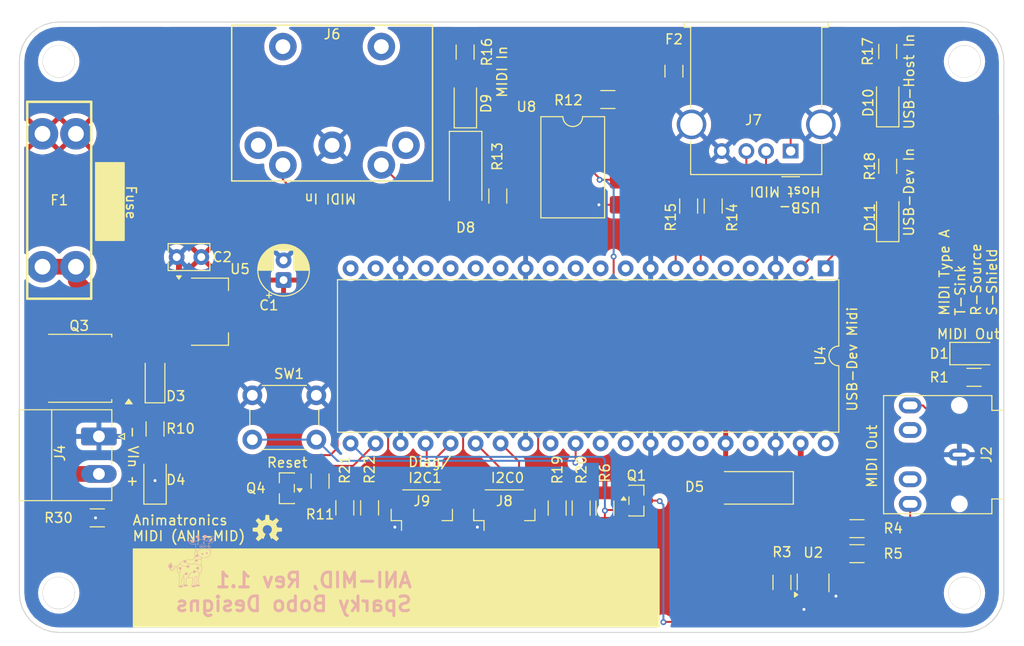
<source format=kicad_pcb>
(kicad_pcb (version 20241229) (generator "pcbnew") (generator_version "9.0")
  (title_block (title "Animatronics - MIDI (ANI-MID)") (date "2025-12-31") (rev "1.1") (company "Sparky Bobo Designs") (comment 2 "Designed by: SparkyBobo") (comment 3 "https://creativecommons.org/licenses/by-sa/4.0/") (comment 4 "Released under the Creative Commons Attribution Share-Alike 4.0 License"))
  (layers (0 "F.Cu" signal) (2 "B.Cu" signal) (13 "F.Paste" user) (15 "B.Paste" user) (5 "F.SilkS" user "F.Silkscreen") (7 "B.SilkS" user "B.Silkscreen") (1 "F.Mask" user) (3 "B.Mask" user) (25 "Edge.Cuts" user))
  (net 0 "")
  (net 1 "GND")
  (net 2 "+5VD")
  (net 3 "Net-(D1-A)")
  (net 4 "/SNK_IN")
  (net 5 "+5VL")
  (net 6 "/SRC_IN")
  (net 7 "/SNK_OUT")
  (net 8 "Net-(D3-A)")
  (net 9 "Net-(D3-K)")
  (net 10 "/SRC_OUT")
  (net 11 "/I2C0_D")
  (net 12 "+3.3V")
  (net 13 "/I2C0_C")
  (net 14 "/I2C1_C")
  (net 15 "/I2C1_D")
  (net 19 "Net-(D9-K)")
  (net 20 "Net-(D10-A)")
  (net 21 "/MIDI_IN")
  (net 22 "Net-(D1-K)")
  (net 23 "Net-(D11-A)")
  (net 28 "Net-(U4-RUN)")
  (net 29 "Net-(D8-K)")
  (net 30 "Net-(D9-A)")
  (net 32 "/MIDI_OUT")
  (net 35 "/USB_D+")
  (net 36 "Net-(D4-A)")
  (net 41 "/USB_D-")
  (net 48 "Net-(J7-VBUS)")
  (net 49 "Net-(J7-D+)")
  (net 50 "Net-(J7-D-)")
  (net 54 "unconnected-(U4-GPIO3-Pad5)")
  (net 55 "/USBH_IN")
  (net 57 "/USBD_IN")
  (net 59 "Net-(R5-Pad1)")
  (net 60 "Net-(U5-VI)")
  (net 61 "Net-(J4-Pin_2)")
  (footprint "Diode_SMD:D_SMA_Handsoldering" (layer "F.Cu") (at 164.084 105.5624 180)
    (property "Reference" "D5")
    (property "Value" "MBRA140")
  )
  (footprint "Capacitor_THT:CP_Radial_D5.0mm_P2.00mm" (layer "F.Cu") (at 116.8146 84.454999 90)
    (property "Reference" "C1")
    (property "Value" "10uf")
  )
  (footprint "Connector_Phoenix_MC:PhoenixContact_MC_1,5_2-G-3.81_1x02_P3.81mm_Horizontal" (layer "F.Cu") (at 98.0593 100.338 -90)
    (property "Reference" "J4")
    (property "Value" "Power")
  )
  (footprint "Connector_USB:USB_A_Molex_67643_Horizontal" (layer "F.Cu") (at 168.3226 71.3556 180)
    (property "Reference" "J7")
    (property "Value" "USB_A")
  )
  (footprint "Resistor_SMD:R_1206_3216Metric_Pad1.30x1.75mm_HandSolder" (layer "F.Cu") (at 186.944 94.3356 180)
    (property "Reference" "R1")
    (property "Value" "330")
  )
  (footprint "Resistor_SMD:R_1206_3216Metric_Pad1.30x1.75mm_HandSolder" (layer "F.Cu") (at 160.4518 76.9366 -90)
    (property "Reference" "R14")
    (property "Value" "22")
  )
  (footprint "Resistor_SMD:R_1206_3216Metric_Pad1.30x1.75mm_HandSolder" (layer "F.Cu") (at 175.058 112.2464)
    (property "Reference" "R5")
    (property "Value" "220")
  )
  (footprint "Diode_SMD:D_SOD-123" (layer "F.Cu") (at 103.759 94.5642 90)
    (property "Reference" "D3")
    (property "Value" "3.9v")
  )
  (footprint "MountingHole:MountingHole_3.2mm_M3" (layer "F.Cu") (at 93.98 62.23)
    (property "Reference" "H1" (hide yes))
    (property "Value" "MountingHole")
  )
  (footprint "Resistor_SMD:R_1206_3216Metric_Pad1.30x1.75mm_HandSolder" (layer "F.Cu") (at 147.0406 107.6192 90)
    (property "Reference" "R20")
    (property "Value" "4.7k")
  )
  (footprint "Resistor_SMD:R_1206_3216Metric_Pad1.30x1.75mm_HandSolder" (layer "F.Cu") (at 123.0376 107.5938 90)
    (property "Reference" "R21")
    (property "Value" "4.7k")
  )
  (footprint "Package_TO_SOT_SMD:SOT-23" (layer "F.Cu") (at 117.1471 105.603 180)
    (property "Reference" "Q4")
    (property "Value" "BSS138")
  )
  (footprint "MountingHole:MountingHole_3.2mm_M3" (layer "F.Cu") (at 185.9788 62.2554)
    (property "Reference" "H2" (hide yes))
    (property "Value" "MountingHole")
  )
  (footprint "footprints:RP_Pico_DIP" (layer "F.Cu") (at 171.8818 83.2612 -90)
    (property "Reference" "U4")
    (property "Value" "Raspberry Pi Pico")
  )
  (footprint "Package_DIP:SMDIP-8_W9.53mm" (layer "F.Cu") (at 146.1872 72.9996)
    (property "Reference" "U8")
    (property "Value" "6N138")
  )
  (footprint "Resistor_SMD:R_1206_3216Metric_Pad1.30x1.75mm_HandSolder" (layer "F.Cu") (at 97.891 108.6104 180)
    (property "Reference" "R30")
    (property "Value" "1k")
  )
  (footprint "MountingHole:MountingHole_3.2mm_M3" (layer "F.Cu") (at 93.98 116.2304)
    (property "Reference" "H3" (hide yes))
    (property "Value" "MountingHole")
  )
  (footprint "Resistor_SMD:R_1206_3216Metric_Pad1.30x1.75mm_HandSolder" (layer "F.Cu") (at 149.7584 66.1162 180)
    (property "Reference" "R12")
    (property "Value" "220")
  )
  (footprint "Resistor_SMD:R_1206_3216Metric_Pad1.30x1.75mm_HandSolder" (layer "F.Cu") (at 157.9626 76.936 90)
    (property "Reference" "R15")
    (property "Value" "22")
  )
  (footprint "Package_TO_SOT_SMD:SOT-223-3_TabPin2" (layer "F.Cu") (at 109.3104 87.6675)
    (property "Reference" "U5")
    (property "Value" "AZ1117-5.0")
  )
  (footprint "Resistor_SMD:R_1206_3216Metric_Pad1.30x1.75mm_HandSolder" (layer "F.Cu") (at 175.0568 109.7064 180)
    (property "Reference" "R4")
    (property "Value" "220")
  )
  (footprint "LED_SMD:LED_1206_3216Metric_Pad1.42x1.75mm_HandSolder" (layer "F.Cu") (at 103.759 104.753 90)
    (property "Reference" "D4")
    (property "Value" "Power")
  )
  (footprint "Resistor_SMD:R_1206_3216Metric_Pad1.30x1.75mm_HandSolder" (layer "F.Cu") (at 138.5774 75.92 90)
    (property "Reference" "R13")
    (property "Value" "220")
  )
  (footprint "Resistor_SMD:R_1206_3216Metric_Pad1.30x1.75mm_HandSolder" (layer "F.Cu") (at 149.4536 107.6198 90)
    (property "Reference" "R6")
    (property "Value" "10k")
  )
  (footprint "Package_TO_SOT_SMD:SOT-23-5_HandSoldering" (layer "F.Cu") (at 170.6016 115.2144 90)
    (property "Reference" "U2")
    (property "Value" "74AHC1G125")
  )
  (footprint "Diode_SMD:D_SMA_Handsoldering" (layer "F.Cu") (at 135.3058 73.8632 -90)
    (property "Reference" "D8")
    (property "Value" "MBRA140")
  )
  (footprint "Fuse:Fuse_1206_3216Metric_Pad1.42x1.75mm_HandSolder" (layer "F.Cu") (at 156.466 63.2381 90)
    (property "Reference" "F2")
    (property "Value" "Polyfuse")
  )
  (footprint "Resistor_SMD:R_1206_3216Metric_Pad1.30x1.75mm_HandSolder" (layer "F.Cu") (at 135.255 61.3007 90)
    (property "Reference" "R16")
    (property "Value" "330")
  )
  (footprint "Capacitor_THT:C_Rect_L4.0mm_W2.5mm_P2.50mm" (layer "F.Cu") (at 108.458 82.1182 180)
    (property "Reference" "C2")
    (property "Value" "0.1uF")
  )
  (footprint "Resistor_SMD:R_1206_3216Metric_Pad1.30x1.75mm_HandSolder" (layer "F.Cu") (at 103.759 99.578 -90)
    (property "Reference" "R10")
    (property "Value" "470")
  )
  (footprint "Package_TO_SOT_SMD:SOT-23" (layer "F.Cu") (at 152.6563 106.8578)
    (property "Reference" "Q1")
    (property "Value" "BSS138")
  )
  (footprint "MountingHole:MountingHole_3.2mm_M3" (layer "F.Cu") (at 185.9788 116.2558)
    (property "Reference" "H4" (hide yes))
    (property "Value" "MountingHole")
  )
  (footprint "footprints:DP10062" (layer "F.Cu") (at 89.9778 58.2422)
    (property "Reference" "" (hide yes))
    (property "Value" "" (hide yes))
    (fp_line (start 0 4) (end 0.076859 3.21964) (stroke (width 0.1)) (layer "Edge.Cuts"))
    (fp_line (start 0 58) (end 0 4) (stroke (width 0.1)) (layer "Edge.Cuts"))
    (fp_line (start 0.076859 3.21964) (end 0.304474 2.46925) (stroke (width 0.1)) (layer "Edge.Cuts"))
    (fp_line (start 0.076859 58.7803) (end 0 58) (stroke (width 0.1)) (layer "Edge.Cuts"))
    (fp_line (start 0.304474 2.46925) (end 0.674118 1.77771) (stroke (width 0.1)) (layer "Edge.Cuts"))
    (fp_line (start 0.304474 59.5307) (end 0.076859 58.7803) (stroke (width 0.1)) (layer "Edge.Cuts"))
    (fp_line (start 0.674118 1.77771) (end 1.17157 1.17157) (stroke (width 0.1)) (layer "Edge.Cuts"))
    (fp_line (start 0.674118 60.2223) (end 0.304474 59.5307) (stroke (width 0.1)) (layer "Edge.Cuts"))
    (fp_line (start 1.17157 1.17157) (end 1.77771 0.674118) (stroke (width 0.1)) (layer "Edge.Cuts"))
    (fp_line (start 1.17157 60.8284) (end 0.674118 60.2223) (stroke (width 0.1)) (layer "Edge.Cuts"))
    (fp_line (start 1.77771 0.674118) (end 2.46925 0.304474) (stroke (width 0.1)) (layer "Edge.Cuts"))
    (fp_line (start 1.77771 61.3259) (end 1.17157 60.8284) (stroke (width 0.1)) (layer "Edge.Cuts"))
    (fp_line (start 2.39999 4) (end 2.43074 4.31213) (stroke (width 0.1)) (layer "Edge.Cuts"))
    (fp_line (start 2.39999 58) (end 2.43074 58.3121) (stroke (width 0.1)) (layer "Edge.Cuts"))
    (fp_line (start 2.43074 3.68785) (end 2.39999 4) (stroke (width 0.1)) (layer "Edge.Cuts"))
    (fp_line (start 2.43074 4.31213) (end 2.52179 4.61229) (stroke (width 0.1)) (layer "Edge.Cuts"))
    (fp_line (start 2.43074 57.6879) (end 2.39999 58) (stroke (width 0.1)) (layer "Edge.Cuts"))
    (fp_line (start 2.43074 58.3121) (end 2.52179 58.6123) (stroke (width 0.1)) (layer "Edge.Cuts"))
    (fp_line (start 2.46925 0.304474) (end 3.21964 0.076859) (stroke (width 0.1)) (layer "Edge.Cuts"))
    (fp_line (start 2.46925 61.6955) (end 1.77771 61.3259) (stroke (width 0.1)) (layer "Edge.Cuts"))
    (fp_line (start 2.52179 3.3877) (end 2.43074 3.68785) (stroke (width 0.1)) (layer "Edge.Cuts"))
    (fp_line (start 2.52179 4.61229) (end 2.66965 4.8889) (stroke (width 0.1)) (layer "Edge.Cuts"))
    (fp_line (start 2.52179 57.3877) (end 2.43074 57.6879) (stroke (width 0.1)) (layer "Edge.Cuts"))
    (fp_line (start 2.52179 58.6123) (end 2.66965 58.8889) (stroke (width 0.1)) (layer "Edge.Cuts"))
    (fp_line (start 2.66965 3.11108) (end 2.52179 3.3877) (stroke (width 0.1)) (layer "Edge.Cuts"))
    (fp_line (start 2.66965 4.8889) (end 2.86862 5.13136) (stroke (width 0.1)) (layer "Edge.Cuts"))
    (fp_line (start 2.66965 57.1111) (end 2.52179 57.3877) (stroke (width 0.1)) (layer "Edge.Cuts"))
    (fp_line (start 2.66965 58.8889) (end 2.86862 59.1314) (stroke (width 0.1)) (layer "Edge.Cuts"))
    (fp_line (start 2.86862 2.86862) (end 2.66965 3.11108) (stroke (width 0.1)) (layer "Edge.Cuts"))
    (fp_line (start 2.86862 5.13136) (end 3.11108 5.33034) (stroke (width 0.1)) (layer "Edge.Cuts"))
    (fp_line (start 2.86862 56.8686) (end 2.66965 57.1111) (stroke (width 0.1)) (layer "Edge.Cuts"))
    (fp_line (start 2.86862 59.1314) (end 3.11108 59.3303) (stroke (width 0.1)) (layer "Edge.Cuts"))
    (fp_line (start 3.11108 2.66965) (end 2.86862 2.86862) (stroke (width 0.1)) (layer "Edge.Cuts"))
    (fp_line (start 3.11108 5.33034) (end 3.3877 5.4782) (stroke (width 0.1)) (layer "Edge.Cuts"))
    (fp_line (start 3.11108 56.6696) (end 2.86862 56.8686) (stroke (width 0.1)) (layer "Edge.Cuts"))
    (fp_line (start 3.11108 59.3303) (end 3.3877 59.4782) (stroke (width 0.1)) (layer "Edge.Cuts"))
    (fp_line (start 3.21964 0.076859) (end 3.99998 0) (stroke (width 0.1)) (layer "Edge.Cuts"))
    (fp_line (start 3.21964 61.9231) (end 2.46925 61.6955) (stroke (width 0.1)) (layer "Edge.Cuts"))
    (fp_line (start 3.3877 2.52179) (end 3.11108 2.66965) (stroke (width 0.1)) (layer "Edge.Cuts"))
    (fp_line (start 3.3877 5.4782) (end 3.68785 5.56924) (stroke (width 0.1)) (layer "Edge.Cuts"))
    (fp_line (start 3.3877 56.5218) (end 3.11108 56.6696) (stroke (width 0.1)) (layer "Edge.Cuts"))
    (fp_line (start 3.3877 59.4782) (end 3.68785 59.5692) (stroke (width 0.1)) (layer "Edge.Cuts"))
    (fp_line (start 3.68785 2.43074) (end 3.3877 2.52179) (stroke (width 0.1)) (layer "Edge.Cuts"))
    (fp_line (start 3.68785 5.56924) (end 4 5.59999) (stroke (width 0.1)) (layer "Edge.Cuts"))
    (fp_line (start 3.68785 56.4307) (end 3.3877 56.5218) (stroke (width 0.1)) (layer "Edge.Cuts"))
    (fp_line (start 3.68785 59.5692) (end 4 59.6) (stroke (width 0.1)) (layer "Edge.Cuts"))
    (fp_line (start 3.99998 0) (end 96 0) (stroke (width 0.1)) (layer "Edge.Cuts"))
    (fp_line (start 3.99998 2.39999) (end 3.68785 2.43074) (stroke (width 0.1)) (layer "Edge.Cuts"))
    (fp_line (start 3.99998 56.4) (end 3.68785 56.4307) (stroke (width 0.1)) (layer "Edge.Cuts"))
    (fp_line (start 4 5.59999) (end 4.31213 5.56924) (stroke (width 0.1)) (layer "Edge.Cuts"))
    (fp_line (start 4 59.6) (end 4.31213 59.5692) (stroke (width 0.1)) (layer "Edge.Cuts"))
    (fp_line (start 4 62) (end 3.21964 61.9231) (stroke (width 0.1)) (layer "Edge.Cuts"))
    (fp_line (start 4.31213 2.43074) (end 3.99998 2.39999) (stroke (width 0.1)) (layer "Edge.Cuts"))
    (fp_line (start 4.31213 5.56924) (end 4.61229 5.4782) (stroke (width 0.1)) (layer "Edge.Cuts"))
    (fp_line (start 4.31213 56.4307) (end 3.99998 56.4) (stroke (width 0.1)) (layer "Edge.Cuts"))
    (fp_line (start 4.31213 59.5692) (end 4.61229 59.4782) (stroke (width 0.1)) (layer "Edge.Cuts"))
    (fp_line (start 4.61229 2.52179) (end 4.31213 2.43074) (stroke (width 0.1)) (layer "Edge.Cuts"))
    (fp_line (start 4.61229 5.4782) (end 4.8889 5.33034) (stroke (width 0.1)) (layer "Edge.Cuts"))
    (fp_line (start 4.61229 56.5218) (end 4.31213 56.4307) (stroke (width 0.1)) (layer "Edge.Cuts"))
    (fp_line (start 4.61229 59.4782) (end 4.8889 59.3303) (stroke (width 0.1)) (layer "Edge.Cuts"))
    (fp_line (start 4.8889 2.66965) (end 4.61229 2.52179) (stroke (width 0.1)) (layer "Edge.Cuts"))
    (fp_line (start 4.8889 5.33034) (end 5.13136 5.13136) (stroke (width 0.1)) (layer "Edge.Cuts"))
    (fp_line (start 4.8889 56.6696) (end 4.61229 56.5218) (stroke (width 0.1)) (layer "Edge.Cuts"))
    (fp_line (start 4.8889 59.3303) (end 5.13136 59.1314) (stroke (width 0.1)) (layer "Edge.Cuts"))
    (fp_line (start 5.13136 2.86862) (end 4.8889 2.66965) (stroke (width 0.1)) (layer "Edge.Cuts"))
    (fp_line (start 5.13136 5.13136) (end 5.33034 4.8889) (stroke (width 0.1)) (layer "Edge.Cuts"))
    (fp_line (start 5.13136 56.8686) (end 4.8889 56.6696) (stroke (width 0.1)) (layer "Edge.Cuts"))
    (fp_line (start 5.13136 59.1314) (end 5.33034 58.8889) (stroke (width 0.1)) (layer "Edge.Cuts"))
    (fp_line (start 5.33034 3.11108) (end 5.13136 2.86862) (stroke (width 0.1)) (layer "Edge.Cuts"))
    (fp_line (start 5.33034 4.8889) (end 5.4782 4.61229) (stroke (width 0.1)) (layer "Edge.Cuts"))
    (fp_line (start 5.33034 57.1111) (end 5.13136 56.8686) (stroke (width 0.1)) (layer "Edge.Cuts"))
    (fp_line (start 5.33034 58.8889) (end 5.4782 58.6123) (stroke (width 0.1)) (layer "Edge.Cuts"))
    (fp_line (start 5.4782 3.3877) (end 5.33034 3.11108) (stroke (width 0.1)) (layer "Edge.Cuts"))
    (fp_line (start 5.4782 4.61229) (end 5.56924 4.31213) (stroke (width 0.1)) (layer "Edge.Cuts"))
    (fp_line (start 5.4782 57.3877) (end 5.33034 57.1111) (stroke (width 0.1)) (layer "Edge.Cuts"))
    (fp_line (start 5.4782 58.6123) (end 5.56924 58.3121) (stroke (width 0.1)) (layer "Edge.Cuts"))
    (fp_line (start 5.56924 3.68785) (end 5.4782 3.3877) (stroke (width 0.1)) (layer "Edge.Cuts"))
    (fp_line (start 5.56924 4.31213) (end 5.59999 4) (stroke (width 0.1)) (layer "Edge.Cuts"))
    (fp_line (start 5.56924 57.6879) (end 5.4782 57.3877) (stroke (width 0.1)) (layer "Edge.Cuts"))
    (fp_line (start 5.56924 58.3121) (end 5.59999 58) (stroke (width 0.1)) (layer "Edge.Cuts"))
    (fp_line (start 5.59999 4) (end 5.56924 3.68785) (stroke (width 0.1)) (layer "Edge.Cuts"))
    (fp_line (start 5.59999 58) (end 5.56924 57.6879) (stroke (width 0.1)) (layer "Edge.Cuts"))
    (fp_line (start 94.4 4) (end 94.4307 4.31213) (stroke (width 0.1)) (layer "Edge.Cuts"))
    (fp_line (start 94.4 58) (end 94.4307 58.3121) (stroke (width 0.1)) (layer "Edge.Cuts"))
    (fp_line (start 94.4307 3.68785) (end 94.4 4) (stroke (width 0.1)) (layer "Edge.Cuts"))
    (fp_line (start 94.4307 4.31213) (end 94.5218 4.61229) (stroke (width 0.1)) (layer "Edge.Cuts"))
    (fp_line (start 94.4307 57.6879) (end 94.4 58) (stroke (width 0.1)) (layer "Edge.Cuts"))
    (fp_line (start 94.4307 58.3121) (end 94.5218 58.6123) (stroke (width 0.1)) (layer "Edge.Cuts"))
    (fp_line (start 94.5218 3.3877) (end 94.4307 3.68785) (stroke (width 0.1)) (layer "Edge.Cuts"))
    (fp_line (start 94.5218 4.61229) (end 94.6696 4.8889) (stroke (width 0.1)) (layer "Edge.Cuts"))
    (fp_line (start 94.5218 57.3877) (end 94.4307 57.6879) (stroke (width 0.1)) (layer "Edge.Cuts"))
    (fp_line (start 94.5218 58.6123) (end 94.6696 58.8889) (stroke (width 0.1)) (layer "Edge.Cuts"))
    (fp_line (start 94.6696 3.11108) (end 94.5218 3.3877) (stroke (width 0.1)) (layer "Edge.Cuts"))
    (fp_line (start 94.6696 4.8889) (end 94.8686 5.13136) (stroke (width 0.1)) (layer "Edge.Cuts"))
    (fp_line (start 94.6696 57.1111) (end 94.5218 57.3877) (stroke (width 0.1)) (layer "Edge.Cuts"))
    (fp_line (start 94.6696 58.8889) (end 94.8686 59.1314) (stroke (width 0.1)) (layer "Edge.Cuts"))
    (fp_line (start 94.8686 2.86862) (end 94.6696 3.11108) (stroke (width 0.1)) (layer "Edge.Cuts"))
    (fp_line (start 94.8686 5.13136) (end 95.1111 5.33034) (stroke (width 0.1)) (layer "Edge.Cuts"))
    (fp_line (start 94.8686 56.8686) (end 94.6696 57.1111) (stroke (width 0.1)) (layer "Edge.Cuts"))
    (fp_line (start 94.8686 59.1314) (end 95.1111 59.3303) (stroke (width 0.1)) (layer "Edge.Cuts"))
    (fp_line (start 95.1111 2.66965) (end 94.8686 2.86862) (stroke (width 0.1)) (layer "Edge.Cuts"))
    (fp_line (start 95.1111 5.33034) (end 95.3877 5.4782) (stroke (width 0.1)) (layer "Edge.Cuts"))
    (fp_line (start 95.1111 56.6696) (end 94.8686 56.8686) (stroke (width 0.1)) (layer "Edge.Cuts"))
    (fp_line (start 95.1111 59.3303) (end 95.3877 59.4782) (stroke (width 0.1)) (layer "Edge.Cuts"))
    (fp_line (start 95.3877 2.52179) (end 95.1111 2.66965) (stroke (width 0.1)) (layer "Edge.Cuts"))
    (fp_line (start 95.3877 5.4782) (end 95.6879 5.56924) (stroke (width 0.1)) (layer "Edge.Cuts"))
    (fp_line (start 95.3877 56.5218) (end 95.1111 56.6696) (stroke (width 0.1)) (layer "Edge.Cuts"))
    (fp_line (start 95.3877 59.4782) (end 95.6879 59.5692) (stroke (width 0.1)) (layer "Edge.Cuts"))
    (fp_line (start 95.6879 2.43074) (end 95.3877 2.52179) (stroke (width 0.1)) (layer "Edge.Cuts"))
    (fp_line (start 95.6879 5.56924) (end 96 5.59999) (stroke (width 0.1)) (layer "Edge.Cuts"))
    (fp_line (start 95.6879 56.4307) (end 95.3877 56.5218) (stroke (width 0.1)) (layer "Edge.Cuts"))
    (fp_line (start 95.6879 59.5692) (end 96 59.6) (stroke (width 0.1)) (layer "Edge.Cuts"))
    (fp_line (start 96 0) (end 96.7803 0.076859) (stroke (width 0.1)) (layer "Edge.Cuts"))
    (fp_line (start 96 2.39999) (end 95.6879 2.43074) (stroke (width 0.1)) (layer "Edge.Cuts"))
    (fp_line (start 96 5.59999) (end 96.3121 5.56924) (stroke (width 0.1)) (layer "Edge.Cuts"))
    (fp_line (start 96 56.4) (end 95.6879 56.4307) (stroke (width 0.1)) (layer "Edge.Cuts"))
    (fp_line (start 96 59.6) (end 96.3121 59.5692) (stroke (width 0.1)) (layer "Edge.Cuts"))
    (fp_line (start 96 62) (end 4 62) (stroke (width 0.1)) (layer "Edge.Cuts"))
    (fp_line (start 96.3121 2.43074) (end 96 2.39999) (stroke (width 0.1)) (layer "Edge.Cuts"))
    (fp_line (start 96.3121 5.56924) (end 96.6123 5.4782) (stroke (width 0.1)) (layer "Edge.Cuts"))
    (fp_line (start 96.3121 56.4307) (end 96 56.4) (stroke (width 0.1)) (layer "Edge.Cuts"))
    (fp_line (start 96.3121 59.5692) (end 96.6123 59.4782) (stroke (width 0.1)) (layer "Edge.Cuts"))
    (fp_line (start 96.6123 2.52179) (end 96.3121 2.43074) (stroke (width 0.1)) (layer "Edge.Cuts"))
    (fp_line (start 96.6123 5.4782) (end 96.8889 5.33034) (stroke (width 0.1)) (layer "Edge.Cuts"))
    (fp_line (start 96.6123 56.5218) (end 96.3121 56.4307) (stroke (width 0.1)) (layer "Edge.Cuts"))
    (fp_line (start 96.6123 59.4782) (end 96.8889 59.3303) (stroke (width 0.1)) (layer "Edge.Cuts"))
    (fp_line (start 96.7803 0.076859) (end 97.5307 0.304474) (stroke (width 0.1)) (layer "Edge.Cuts"))
    (fp_line (start 96.7803 61.9231) (end 96 62) (stroke (width 0.1)) (layer "Edge.Cuts"))
    (fp_line (start 96.8889 2.66965) (end 96.6123 2.52179) (stroke (width 0.1)) (layer "Edge.Cuts"))
    (fp_line (start 96.8889 5.33034) (end 97.1314 5.13136) (stroke (width 0.1)) (layer "Edge.Cuts"))
    (fp_line (start 96.8889 56.6696) (end 96.6123 56.5218) (stroke (width 0.1)) (layer "Edge.Cuts"))
    (fp_line (start 96.8889 59.3303) (end 97.1314 59.1314) (stroke (width 0.1)) (layer "Edge.Cuts"))
    (fp_line (start 97.1314 2.86862) (end 96.8889 2.66965) (stroke (width 0.1)) (layer "Edge.Cuts"))
    (fp_line (start 97.1314 5.13136) (end 97.3303 4.8889) (stroke (width 0.1)) (layer "Edge.Cuts"))
    (fp_line (start 97.1314 56.8686) (end 96.8889 56.6696) (stroke (width 0.1)) (layer "Edge.Cuts"))
    (fp_line (start 97.1314 59.1314) (end 97.3303 58.8889) (stroke (width 0.1)) (layer "Edge.Cuts"))
    (fp_line (start 97.3303 3.11108) (end 97.1314 2.86862) (stroke (width 0.1)) (layer "Edge.Cuts"))
    (fp_line (start 97.3303 4.8889) (end 97.4782 4.61229) (stroke (width 0.1)) (layer "Edge.Cuts"))
    (fp_line (start 97.3303 57.1111) (end 97.1314 56.8686) (stroke (width 0.1)) (layer "Edge.Cuts"))
    (fp_line (start 97.3303 58.8889) (end 97.4782 58.6123) (stroke (width 0.1)) (layer "Edge.Cuts"))
    (fp_line (start 97.4782 3.3877) (end 97.3303 3.11108) (stroke (width 0.1)) (layer "Edge.Cuts"))
    (fp_line (start 97.4782 4.61229) (end 97.5692 4.31213) (stroke (width 0.1)) (layer "Edge.Cuts"))
    (fp_line (start 97.4782 57.3877) (end 97.3303 57.1111) (stroke (width 0.1)) (layer "Edge.Cuts"))
    (fp_line (start 97.4782 58.6123) (end 97.5692 58.3121) (stroke (width 0.1)) (layer "Edge.Cuts"))
    (fp_line (start 97.5307 0.304474) (end 98.2223 0.674118) (stroke (width 0.1)) (layer "Edge.Cuts"))
    (fp_line (start 97.5307 61.6955) (end 96.7803 61.9231) (stroke (width 0.1)) (layer "Edge.Cuts"))
    (fp_line (start 97.5692 3.68785) (end 97.4782 3.3877) (stroke (width 0.1)) (layer "Edge.Cuts"))
    (fp_line (start 97.5692 4.31213) (end 97.6 4) (stroke (width 0.1)) (layer "Edge.Cuts"))
    (fp_line (start 97.5692 57.6879) (end 97.4782 57.3877) (stroke (width 0.1)) (layer "Edge.Cuts"))
    (fp_line (start 97.5692 58.3121) (end 97.6 58) (stroke (width 0.1)) (layer "Edge.Cuts"))
    (fp_line (start 97.6 4) (end 97.5692 3.68785) (stroke (width 0.1)) (layer "Edge.Cuts"))
    (fp_line (start 97.6 58) (end 97.5692 57.6879) (stroke (width 0.1)) (layer "Edge.Cuts"))
    (fp_line (start 98.2223 0.674118) (end 98.8284 1.17157) (stroke (width 0.1)) (layer "Edge.Cuts"))
    (fp_line (start 98.2223 61.3259) (end 97.5307 61.6955) (stroke (width 0.1)) (layer "Edge.Cuts"))
    (fp_line (start 98.8284 1.17157) (end 99.3259 1.77771) (stroke (width 0.1)) (layer "Edge.Cuts"))
    (fp_line (start 98.8284 60.8284) (end 98.2223 61.3259) (stroke (width 0.1)) (layer "Edge.Cuts"))
    (fp_line (start 99.3259 1.77771) (end 99.6955 2.46925) (stroke (width 0.1)) (layer "Edge.Cuts"))
    (fp_line (start 99.3259 60.2223) (end 98.8284 60.8284) (stroke (width 0.1)) (layer "Edge.Cuts"))
    (fp_line (start 99.6955 2.46925) (end 99.9231 3.21964) (stroke (width 0.1)) (layer "Edge.Cuts"))
    (fp_line (start 99.6955 59.5307) (end 99.3259 60.2223) (stroke (width 0.1)) (layer "Edge.Cuts"))
    (fp_line (start 99.9231 3.21964) (end 100 4) (stroke (width 0.1)) (layer "Edge.Cuts"))
    (fp_line (start 99.9231 58.7803) (end 99.6955 59.5307) (stroke (width 0.1)) (layer "Edge.Cuts"))
    (fp_line (start 100 4) (end 100 58) (stroke (width 0.1)) (layer "Edge.Cuts"))
    (fp_line (start 100 58) (end 99.9231 58.7803) (stroke (width 0.1)) (layer "Edge.Cuts"))
  )
  (footprint "LED_SMD:LED_1206_3216Metric_Pad1.42x1.75mm_HandSolder" (layer "F.Cu") (at 135.2804 66.5337 90)
    (property "Reference" "D9")
    (property "Value" "MIDI_IN")
  )
  (footprint "Connector_JST:JST_SH_BM04B-SRSS-TB_1x04-1MP_P1.00mm_Vertical" (layer "F.Cu") (at 139.2368 107.7784)
    (property "Reference" "J8")
    (property "Value" "I2C0")
  )
  (footprint "Resistor_SMD:R_1206_3216Metric_Pad1.30x1.75mm_HandSolder" (layer "F.Cu") (at 178.181 72.8986 90)
    (property "Reference" "R18")
    (property "Value" "330")
  )
  (footprint "LED_SMD:LED_1206_3216Metric_Pad1.42x1.75mm_HandSolder" (layer "F.Cu") (at 178.181 66.4321 90)
    (property "Reference" "D10")
    (property "Value" "MIDI_IN")
  )
  (footprint "Resistor_SMD:R_1206_3216Metric_Pad1.30x1.75mm_HandSolder" (layer "F.Cu") (at 125.5522 107.595 90)
    (property "Reference" "R22")
    (property "Value" "4.7k")
  )
  (footprint "Package_TO_SOT_SMD:TO-252-2" (layer "F.Cu") (at 96.052 93.4152 180)
    (property "Reference" "Q3")
    (property "Value" "TSM680P06")
  )
  (footprint "Resistor_SMD:R_1206_3216Metric_Pad1.30x1.75mm_HandSolder" (layer "F.Cu") (at 144.6022 107.6192 90)
    (property "Reference" "R19")
    (property "Value" "4.7k")
  )
  (footprint "LED_SMD:LED_1206_3216Metric_Pad1.42x1.75mm_HandSolder" (layer "F.Cu") (at 178.181 78.0939 90)
    (property "Reference" "D11")
    (property "Value" "MIDI_IN")
  )
  (footprint "Button_Switch_THT:SW_PUSH_6mm" (layer "F.Cu") (at 113.642 96.1602)
    (property "Reference" "SW1")
    (property "Value" "Reset")
  )
  (footprint "footprints:MIDI_DIN_5" (layer "F.Cu") (at 121.746 58.5644)
    (property "Reference" "J6")
    (property "Value" "MIDI In")
  )
  (footprint "Resistor_SMD:R_1206_3216Metric_Pad1.30x1.75mm_HandSolder" (layer "F.Cu") (at 178.181 61.2388 90)
    (property "Reference" "R17")
    (property "Value" "330")
  )
  (footprint "footprints:Jack_3.5mm_Adafruit_1699_Horizontal" (layer "F.Cu") (at 185.46 102.188 90)
    (property "Reference" "J2")
    (property "Value" "Midi Out")
  )
  (footprint "Connector_JST:JST_SH_BM04B-SRSS-TB_1x04-1MP_P1.00mm_Vertical" (layer "F.Cu") (at 130.8548 107.7784)
    (property "Reference" "J9")
    (property "Value" "I2C1")
  )
  (footprint "Resistor_SMD:R_1206_3216Metric_Pad1.30x1.75mm_HandSolder" (layer "F.Cu") (at 167.4368 115.1642 -90)
    (property "Reference" "R3")
    (property "Value" "10k")
  )
  (footprint "footprints:atc_fuse_vertical" (layer "F.Cu") (at 94.0246 76.3498 -90)
    (property "Reference" "F1")
    (property "Value" "Fuse")
  )
  (footprint "Resistor_SMD:R_1206_3216Metric_Pad1.30x1.75mm_HandSolder" (layer "F.Cu") (at 120.523 104.8772 -90)
    (property "Reference" "R11")
    (property "Value" "10k")
  )
  (footprint "footprints:OSHW-LOGO-S" (layer "F.Cu") (at 115.1636 109.8042)
    (property "Reference" "")
    (property "Value" "")
  )
  (footprint "LED_SMD:LED_1206_3216Metric_Pad1.42x1.75mm_HandSolder" (layer "F.Cu") (at 186.9557 91.9226)
    (property "Reference" "D1")
    (property "Value" "MIDI_Out")
  )
  (footprint "footprints:logo_cr_5x5" (layer "B.Cu") (at 107.442 113.0046 180)
    (property "Reference" "G***" (hide yes))
    (property "Value" "LOGO" (hide yes))
  )
  (gr_rect (start 101.6 111.8108) (end 154.9146 119.634) (stroke (width 0.2)) (fill yes) (layer "F.SilkS"))
  (gr_rect (start 97.7646 72.5678) (end 100.584 80.391) (stroke (width 0.2)) (fill yes) (layer "F.SilkS"))
  (gr_text "MIDI In" (at 124.2822 75.5904 180) (layer "F.SilkS") (effects (font (size 1 1)) (justify left bottom)))
  (gr_text "MIDI Out\n" (at 177.165 105.6386 90) (layer "F.SilkS") (effects (font (size 1 1)) (justify left bottom)))
  (gr_text "Diag/\nI2C1" (at 129.3876 105.1306 0) (layer "F.SilkS") (effects (font (size 1 1)) (justify left bottom)))
  (gr_text "Reset" (at 115.0366 103.5812 0) (layer "F.SilkS") (effects (font (size 1 1)) (justify left bottom)))
  (gr_text "USB-Host In" (at 180.9496 69.2404 90) (layer "F.SilkS") (effects (font (size 1 1)) (justify left bottom)))
  (gr_text "USB-\nHost MIDI" (at 171.45 74.8792 180) (layer "F.SilkS") (effects (font (size 1 1)) (justify left bottom)))
  (gr_text "Fuse" (at 100.7364 76.581 270) (layer "F.SilkS") (effects (font (size 1 1)) (justify bottom)))
  (gr_text "MIDI Type A \nT-Sink\nR-Source\nS-Shield\n" (at 189.3576 88.1634 90) (layer "F.SilkS") (effects (font (size 1 1)) (justify left bottom)))
  (gr_text "USB-Dev Midi" (at 175.1584 97.8916 90) (layer "F.SilkS") (effects (font (size 1 1)) (justify left bottom)))
  (gr_text "MIDI In" (at 139.5984 66.0146 90) (layer "F.SilkS") (effects (font (size 1 1)) (justify left bottom)))
  (gr_text "I2C0" (at 137.7696 105.1306 0) (layer "F.SilkS") (effects (font (size 1 1)) (justify left bottom)))
  (gr_text "MIDI Out" (at 183.0838 90.5256 0) (layer "F.SilkS") (effects (font (size 1 1)) (justify left bottom)))
  (gr_text "USB-Dev In" (at 180.9242 80.1116 90) (layer "F.SilkS") (effects (font (size 1 1)) (justify left bottom)))
  (gr_text "Animatronics\nMIDI (ANI-MID)" (at 101.3968 111.0488 0) (layer "F.SilkS") (effects (font (size 1 1)) (justify left bottom)))
  (gr_text "- VIn +" (at 100.9396 99.187 270) (layer "F.SilkS") (effects (font (size 1 1)) (justify left bottom)))
  (gr_text "ANI-MID, Rev 1.1\nSparky Bobo Designs" (at 129.9972 118.237 0) (layer "B.SilkS") (effects (font (size 1.5 1.5) (thickness 0.3) (bold yes)) (justify left bottom mirror)))
  (segment (start 169.672 117.9068) (end 169.6516 117.8864) (width 0.2) (layer "F.Cu") (net 1))
  (segment (start 106.1912 82.3968) (end 105.9888 82.1944) (width 0.6) (layer "F.Cu") (net 1))
  (segment (start 150.9522 76.8096) (end 148.844 76.8096) (width 0.2) (layer "F.Cu") (net 1))
  (segment (start 172.9232 116.5606) (end 171.5516 116.5644) (width 0.2) (layer "F.Cu") (net 1))
  (segment (start 137.7368 109.1034) (end 136.9464 109.1034) (width 0.2) (layer "F.Cu") (net 1))
  (segment (start 106.1912 85.4202) (end 106.1912 82.3968) (width 0.6) (layer "F.Cu") (net 1))
  (segment (start 169.6516 117.8864) (end 169.6516 116.5644) (width 0.2) (layer "F.Cu") (net 1))
  (segment (start 103.759 106.2405) (end 103.759 104.8258) (width 0.2) (layer "F.Cu") (net 1))
  (segment (start 128.5644 109.1034) (end 128.1176 109.5502) (width 0.2) (layer "F.Cu") (net 1))
  (segment (start 96.341 108.6104) (end 97.7138 108.6104) (width 0.2) (layer "F.Cu") (net 1))
  (segment (start 136.9464 109.1034) (end 136.4996 109.5502) (width 0.2) (layer "F.Cu") (net 1))
  (segment (start 129.3548 109.1034) (end 128.5644 109.1034) (width 0.2) (layer "F.Cu") (net 1))
  (via (at 136.4996 109.5502) (size 0.6) (drill 0.3) (layers "F.Cu" "B.Cu") (net 1))
  (via (at 97.7138 108.6104) (size 0.6) (drill 0.3) (layers "F.Cu" "B.Cu") (net 1))
  (via (at 128.1176 109.5502) (size 0.6) (drill 0.3) (layers "F.Cu" "B.Cu") (net 1))
  (via (at 148.844 76.8096) (size 0.6) (drill 0.3) (layers "F.Cu" "B.Cu") (net 1))
  (via (at 103.759 104.8258) (size 0.6) (drill 0.3) (layers "F.Cu" "B.Cu") (net 1))
  (via (at 169.672 117.9068) (size 0.6) (drill 0.3) (layers "F.Cu" "B.Cu") (net 1))
  (via (at 172.9232 116.5606) (size 0.6) (drill 0.3) (layers "F.Cu" "B.Cu") (net 1))
  (segment (start 135.17975 59.5709) (end 135.25465 59.496) (width 0.2) (layer "F.Cu") (net 2))
  (segment (start 151.3084 66.1162) (end 151.3084 65.7866) (width 0.2) (layer "F.Cu") (net 2))
  (segment (start 188.494 94.3356) (end 188.494 91.9734) (width 0.2) (layer "F.Cu") (net 3))
  (segment (start 188.494 91.9734) (end 188.4432 91.9226) (width 0.2) (layer "F.Cu") (net 3))
  (segment (start 126.746 72.7644) (end 128.246 74.2644) (width 0.2) (layer "F.Cu") (net 4))
  (segment (start 133.207 74.2644) (end 135.3058 76.3632) (width 0.2) (layer "F.Cu") (net 4))
  (segment (start 141.0208 74.2696) (end 141.4222 74.2696) (width 0.2) (layer "F.Cu") (net 4))
  (segment (start 135.7484 75.9206) (end 139.3698 75.9206) (width 0.2) (layer "F.Cu") (net 4))
  (segment (start 139.3698 75.9206) (end 141.0208 74.2696) (width 0.2) (layer "F.Cu") (net 4))
  (segment (start 128.246 74.2644) (end 133.207 74.2644) (width 0.2) (layer "F.Cu") (net 4))
  (segment (start 168.6814 105.5624) (end 169.3418 104.902) (width 0.6) (layer "F.Cu") (net 5))
  (segment (start 169.3418 104.902) (end 169.3418 101.0412) (width 0.6) (layer "F.Cu") (net 5))
  (segment (start 166.584 105.5624) (end 168.6814 105.5624) (width 0.6) (layer "F.Cu") (net 5))
  (segment (start 121.2216 78.74) (end 116.746 74.2644) (width 0.2) (layer "F.Cu") (net 6))
  (segment (start 116.746 74.2644) (end 116.746 72.7644) (width 0.2) (layer "F.Cu") (net 6))
  (segment (start 137.2362 78.74) (end 121.2216 78.74) (width 0.2) (layer "F.Cu") (net 6))
  (segment (start 138.5062 77.47) (end 137.2362 78.74) (width 0.2) (layer "F.Cu") (net 6))
  (segment (start 138.5774 77.47) (end 138.5062 77.47) (width 0.2) (layer "F.Cu") (net 6))
  (segment (start 182.6406 98.077) (end 181.7516 97.188) (width 0.2) (layer "F.Cu") (net 7))
  (segment (start 179.8936 112.2464) (end 182.6406 109.4994) (width 0.2) (layer "F.Cu") (net 7))
  (segment (start 181.7516 97.188) (end 180.46 97.188) (width 0.2) (layer "F.Cu") (net 7))
  (segment (start 176.608 112.2464) (end 179.8936 112.2464) (width 0.2) (layer "F.Cu") (net 7))
  (segment (start 182.6406 109.4994) (end 182.6406 98.077) (width 0.2) (layer "F.Cu") (net 7))
  (segment (start 104.3338 98.028) (end 104.8004 97.5614) (width 0.2) (layer "F.Cu") (net 8))
  (segment (start 95.7246 84.5232) (end 101.286333 90.084933) (width 1.6) (layer "F.Cu") (net 8))
  (segment (start 103.759 92.9142) (end 103.759 91.9988) (width 0.2) (layer "F.Cu") (net 8))
  (segment (start 103.759 91.9988) (end 102.8794 91.1192) (width 0.2) (layer "F.Cu") (net 8))
  (segment (start 102.8794 91.1192) (end 101.286333 91.1192) (width 0.2) (layer "F.Cu") (net 8))
  (segment (start 104.8004 97.5614) (end 104.8004 93.3196) (width 0.2) (layer "F.Cu") (net 8))
  (segment (start 92.3246 83.0998) (end 95.7246 83.0998) (width 1.6) (layer "F.Cu") (net 8))
  (segment (start 101.286333 90.084933) (end 101.286333 91.1192) (width 1.6) (layer "F.Cu") (net 8))
  (segment (start 104.395 92.9142) (end 103.759 92.9142) (width 0.2) (layer "F.Cu") (net 8))
  (segment (start 104.8004 93.3196) (end 104.395 92.9142) (width 0.2) (layer "F.Cu") (net 8))
  (segment (start 95.7246 83.0998) (end 95.7246 84.5232) (width 1.6) (layer "F.Cu") (net 8))
  (segment (start 103.759 98.028) (end 104.3338 98.028) (width 0.2) (layer "F.Cu") (net 8))
  (segment (start 99.441 108.6104) (end 100.2792 108.6104) (width 0.2) (layer "F.Cu") (net 9))
  (segment (start 101.286333 95.6992) (end 103.244 95.6992) (width 0.2) (layer "F.Cu") (net 9))
  (segment (start 100.2792 108.6104) (end 101.286333 107.603267) (width 0.2) (layer "F.Cu") (net 9))
  (segment (start 101.286333 107.603267) (end 101.286333 95.6992) (width 0.2) (layer "F.Cu") (net 9))
  (segment (start 103.244 95.6992) (end 103.759 96.2142) (width 0.2) (layer "F.Cu") (net 9))
  (segment (start 180.006 109.7064) (end 180.467 109.2454) (width 0.2) (layer "F.Cu") (net 10))
  (segment (start 176.6068 109.7064) (end 180.006 109.7064) (width 0.2) (layer "F.Cu") (net 10))
  (segment (start 180.467 109.2454) (end 180.46 109.2384) (width 0.2) (layer "F.Cu") (net 10))
  (segment (start 180.46 109.2384) (end 180.46 107.188) (width 0.2) (layer "F.Cu") (net 10))
  (segment (start 147.0406 109.728) (end 146.3802 110.3884) (width 0.2) (layer "F.Cu") (net 11))
  (segment (start 139.7368 104.4562) (end 139.7368 109.1034) (width 0.2) (layer "F.Cu") (net 11))
  (segment (start 147.0406 109.1692) (end 147.0406 109.728) (width 0.2) (layer "F.Cu") (net 11))
  (segment (start 139.7368 109.878399) (end 139.7368 109.1034) (width 0.2) (layer "F.Cu") (net 11))
  (segment (start 140.246801 110.3884) (end 139.7368 109.878399) (width 0.2) (layer "F.Cu") (net 11))
  (segment (start 146.3802 110.3884) (end 140.246801 110.3884) (width 0.2) (layer "F.Cu") (net 11))
  (segment (start 136.3218 101.0412) (end 139.7368 104.4562) (width 0.2) (layer "F.Cu") (net 11))
  (segment (start 120.3972 106.553) (end 120.523 106.4272) (width 0.2) (layer "F.Cu") (net 12))
  (segment (start 142.8242 103.0732) (end 142.6718 102.9208) (width 0.2) (layer "F.Cu") (net 12))
  (segment (start 127.4318 102.362) (end 127.4318 100.2538) (width 0.2) (layer "F.Cu") (net 12))
  (segment (start 118.0846 106.553) (end 120.3972 106.553) (width 0.2) (layer "F.Cu") (net 12))
  (segment (start 142.6718 102.9208) (end 142.6718 100.3554) (width 0.2) (layer "F.Cu") (net 12))
  (segment (start 144.6022 104.8512) (end 142.8242 103.0732) (width 0.2) (layer "F.Cu") (net 12))
  (segment (start 122.6554 106.4272) (end 123.0376 106.045) (width 0.2) (layer "F.Cu") (net 12))
  (segment (start 135.0518 101.981) (end 135.0518 100.2538) (width 0.2) (layer "F.Cu") (net 12))
  (segment (start 144.6022 106.0692) (end 144.6022 104.8512) (width 0.2) (layer "F.Cu") (net 12))
  (segment (start 135.0518 102.0064) (end 135.0518 101.981) (width 0.2) (layer "F.Cu") (net 12))
  (segment (start 120.523 106.4272) (end 122.6554 106.4272) (width 0.2) (layer "F.Cu") (net 12))
  (segment (start 144.5364 109.1034) (end 144.6022 109.1692) (width 0.2) (layer "F.Cu") (net 13))
  (segment (start 138.8618 101.0412) (end 140.7368 102.9162) (width 0.2) (layer "F.Cu") (net 13))
  (segment (start 140.7368 109.1034) (end 144.5364 109.1034) (width 0.2) (layer "F.Cu") (net 13))
  (segment (start 140.7368 102.9162) (end 140.7368 109.1034) (width 0.2) (layer "F.Cu") (net 13))
  (segment (start 132.3548 102.4682) (end 132.3548 109.1034) (width 0.2) (layer "F.Cu") (net 14))
  (segment (start 133.7818 101.0412) (end 132.3548 102.4682) (width 0.2) (layer "F.Cu") (net 14))
  (segment (start 131.553 110.8392) (end 123.9964 110.8392) (width 0.2) (layer "F.Cu") (net 14))
  (segment (start 132.3548 110.0374) (end 131.553 110.8392) (width 0.2) (layer "F.Cu") (net 14))
  (segment (start 123.0376 109.8804) (end 123.0376 109.1438) (width 0.2) (layer "F.Cu") (net 14))
  (segment (start 123.9964 110.8392) (end 123.0376 109.8804) (width 0.2) (layer "F.Cu") (net 14))
  (segment (start 132.3548 109.1034) (end 132.3548 110.0374) (width 0.2) (layer "F.Cu") (net 14))
  (segment (start 131.3548 109.1034) (end 131.3548 110.0722) (width 0.2) (layer "F.Cu") (net 15))
  (segment (start 131.2418 101.0412) (end 131.3548 101.1542) (width 0.2) (layer "F.Cu") (net 15))
  (segment (start 125.5522 109.9312) (end 125.5522 109.145) (width 0.2) (layer "F.Cu") (net 15))
  (segment (start 131.3548 101.1542) (end 131.3548 109.1034) (width 0.2) (layer "F.Cu") (net 15))
  (segment (start 130.9878 110.4392) (end 126.0602 110.4392) (width 0.2) (layer "F.Cu") (net 15))
  (segment (start 126.0602 110.4392) (end 125.5522 109.9312) (width 0.2) (layer "F.Cu") (net 15))
  (segment (start 131.3548 110.0722) (end 130.9878 110.4392) (width 0.2) (layer "F.Cu") (net 15))
  (segment (start 139.6746 66.5988) (end 138.2522 68.0212) (width 0.2) (layer "F.Cu") (net 19))
  (segment (start 150.3426 84.1756) (end 149.6822 84.836) (width 0.2) (layer "F.Cu") (net 19))
  (segment (start 122.301 86.1568) (end 122.301 97.5106) (width 0.2) (layer "F.Cu") (net 19))
  (segment (start 148.9202 74.2696) (end 150.9522 74.2696) (width 0.2) (layer "F.Cu") (net 19))
  (segment (start 148.9202 74.1426) (end 148.2084 73.4308) (width 0.2) (layer "F.Cu") (net 19))
  (segment (start 116.2096 103.7798) (end 117.7544 102.235) (width 0.2) (layer "F.Cu") (net 19))
  (segment (start 121.5644 102.235) (end 122.301 101.4984) (width 0.2) (layer "F.Cu") (net 19))
  (segment (start 148.9202 74.2696) (end 148.9202 74.1426) (width 0.2) (layer "F.Cu") (net 19))
  (segment (start 116.2096 105.603) (end 116.2096 103.7798) (width 0.2) (layer "F.Cu") (net 19))
  (segment (start 140.1572 66.1162) (end 139.6746 66.5988) (width 0.2) (layer "F.Cu") (net 19))
  (segment (start 150.3426 82.0674) (end 150.3426 84.1756) (width 0.2) (layer "F.Cu") (net 19))
  (segment (start 138.2522 68.0212) (end 135.2804 68.0212) (width 0.2) (layer "F.Cu") (net 19))
  (segment (start 123.6218 84.836) (end 122.301 86.1568) (width 0.2) (layer "F.Cu") (net 19))
  (segment (start 148.2084 73.4308) (end 148.2084 66.1162) (width 0.2) (layer "F.Cu") (net 19))
  (segment (start 122.301 97.5106) (end 122.301 101.4984) (width 0.2) (layer "F.Cu") (net 19))
  (segment (start 148.2084 66.1162) (end 140.1572 66.1162) (width 0.2) (layer "F.Cu") (net 19))
  (segment (start 149.6822 84.836) (end 123.6218 84.836) (width 0.2) (layer "F.Cu") (net 19))
  (segment (start 117.7544 102.235) (end 121.5644 102.235) (width 0.2) (layer "F.Cu") (net 19))
  (via (at 148.9202 74.2696) (size 0.6) (drill 0.3) (layers "F.Cu" "B.Cu") (net 19))
  (via (at 150.3426 82.0674) (size 0.6) (drill 0.3) (layers "F.Cu" "B.Cu") (net 19))
  (segment (start 148.9202 74.2696) (end 149.4536 74.2696) (width 0.2) (layer "B.Cu") (net 19))
  (segment (start 149.4536 74.2696) (end 150.3426 75.1586) (width 0.2) (layer "B.Cu") (net 19))
  (segment (start 150.3426 75.1586) (end 150.3426 82.0674) (width 0.2) (layer "B.Cu") (net 19))
  (segment (start 178.181 64.9446) (end 178.181 62.7888) (width 0.2) (layer "F.Cu") (net 20))
  (segment (start 118.0846 104.653) (end 119.8576 104.653) (width 0.2) (layer "F.Cu") (net 21))
  (segment (start 123.8758 103.3272) (end 126.1618 101.0412) (width 0.2) (layer "F.Cu") (net 21))
  (segment (start 119.8576 104.653) (end 120.523 103.9876) (width 0.2) (layer "F.Cu") (net 21))
  (segment (start 120.523 103.3272) (end 123.8758 103.3272) (width 0.2) (layer "F.Cu") (net 21))
  (segment (start 120.523 103.9876) (end 120.523 103.3272) (width 0.2) (layer "F.Cu") (net 21))
  (segment (start 170.6016 115.2216) (end 170.5864 115.2064) (width 0.2) (layer "F.Cu") (net 22))
  (segment (start 155.0162 106.9086) (end 154.9654 106.8578) (width 0.2) (layer "F.Cu") (net 22))
  (segment (start 184.531 95.9612) (end 183.0406 97.4516) (width 0.2) (layer "F.Cu") (net 22))
  (segment (start 186.9948 92.3544) (end 186.9948 95.4024) (width 0.2) (layer "F.Cu") (net 22))
  (segment (start 155.3972 119.2022) (end 155.4226 119.1768) (width 0.2) (layer "F.Cu") (net 22))
  (segment (start 172.1358 115.2064) (end 170.5864 115.2064) (width 0.2) (layer "F.Cu") (net 22))
  (segment (start 154.9654 106.8578) (end 153.5938 106.8578) (width 0.2) (layer "F.Cu") (net 22))
  (segment (start 167.4368 115.8748) (end 167.4368 116.7142) (width 0.2) (layer "F.Cu") (net 22))
  (segment (start 177.499286 115.2064) (end 172.1358 115.2064) (width 0.2) (layer "F.Cu") (net 22))
  (segment (start 170.6016 116.5644) (end 170.6016 115.2216) (width 0.2) (layer "F.Cu") (net 22))
  (segment (start 170.5864 115.2064) (end 168.1052 115.2064) (width 0.2) (layer "F.Cu") (net 22))
  (segment (start 185.394 91.9968) (end 185.4682 91.9226) (width 0.2) (layer "F.Cu") (net 22))
  (segment (start 167.4368 118.0846) (end 167.4368 116.7142) (width 0.2) (layer "F.Cu") (net 22))
  (segment (start 183.0406 109.665086) (end 177.499286 115.2064) (width 0.2) (layer "F.Cu") (net 22))
  (segment (start 166.3446 119.1768) (end 167.4368 118.0846) (width 0.2) (layer "F.Cu") (net 22))
  (segment (start 168.1052 115.2064) (end 167.4368 115.8748) (width 0.2) (layer "F.Cu") (net 22))
  (segment (start 185.4682 91.9226) (end 186.563 91.9226) (width 0.2) (layer "F.Cu") (net 22))
  (segment (start 186.9948 95.4024) (end 186.436 95.9612) (width 0.2) (layer "F.Cu") (net 22))
  (segment (start 186.436 95.9612) (end 184.531 95.9612) (width 0.2) (layer "F.Cu") (net 22))
  (segment (start 155.4226 119.1768) (end 166.3446 119.1768) (width 0.2) (layer "F.Cu") (net 22))
  (segment (start 186.563 91.9226) (end 186.9948 92.3544) (width 0.2) (layer "F.Cu") (net 22))
  (segment (start 183.0406 97.4516) (end 183.0406 109.665086) (width 0.2) (layer "F.Cu") (net 22))
  (via (at 155.3972 119.2022) (size 0.6) (drill 0.3) (layers "F.Cu" "B.Cu") (net 22))
  (via (at 155.0162 106.9086) (size 0.6) (drill 0.3) (layers "F.Cu" "B.Cu") (net 22))
  (segment (start 155.0162 106.9086) (end 155.3972 107.2896) (width 0.2) (layer "B.Cu") (net 22))
  (segment (start 155.3972 107.2896) (end 155.3972 119.2022) (width 0.2) (layer "B.Cu") (net 22))
  (segment (start 178.181 74.4486) (end 178.181 76.6064) (width 0.2) (layer "F.Cu") (net 23))
  (segment (start 146.4818 102.9874) (end 146.4564 103.0128) (width 0.2) (layer "F.Cu") (net 28))
  (segment (start 146.4818 101.0412) (end 146.4818 102.9874) (width 0.2) (layer "F.Cu") (net 28))
  (via (at 146.4564 103.0128) (size 0.6) (drill 0.3) (layers "F.Cu" "B.Cu") (net 28))
  (segment (start 146.4564 103.0128) (end 146.2564 102.8128) (width 0.2) (layer "B.Cu") (net 28))
  (segment (start 122.2946 102.8128) (end 120.142 100.6602) (width 0.2) (layer "B.Cu") (net 28))
  (segment (start 113.642 100.6602) (end 120.142 100.6602) (width 0.2) (layer "B.Cu") (net 28))
  (segment (start 146.2564 102.8128) (end 122.2946 102.8128) (width 0.2) (layer "B.Cu") (net 28))
  (segment (start 138.557 71.7296) (end 141.4222 71.7296) (width 0.2) (layer "F.Cu") (net 29))
  (segment (start 138.5774 71.75) (end 138.557 71.7296) (width 0.2) (layer "F.Cu") (net 29))
  (segment (start 138.557 71.7296) (end 135.6722 71.7296) (width 0.2) (layer "F.Cu") (net 29))
  (segment (start 138.5774 74.37) (end 138.5774 71.75) (width 0.2) (layer "F.Cu") (net 29))
  (segment (start 135.255 65.0208) (end 135.255 62.865) (width 0.2) (layer "F.Cu") (net 30))
  (segment (start 135.20455 62.8006) (end 135.25465 62.8507) (width 0.2) (layer "F.Cu") (net 30))
  (segment (start 149.4536 107.8738) (end 149.4536 109.1698) (width 0.2) (layer "F.Cu") (net 32))
  (segment (start 151.7188 107.8078) (end 149.5196 107.8078) (width 0.2) (layer "F.Cu") (net 32))
  (segment (start 149.5196 107.8078) (end 149.4536 107.8738) (width 0.2) (layer "F.Cu") (net 32))
  (via (at 149.4536 107.8738) (size 0.6) (drill 0.3) (layers "F.Cu" "B.Cu") (net 32))
  (segment (start 149.1742 102.4128) (end 149.4536 102.6922) (width 0.2) (layer "B.Cu") (net 32))
  (segment (start 124.9934 102.4128) (end 125.8824 102.4128) (width 0.2) (layer "B.Cu") (net 32))
  (segment (start 144.3482 102.4128) (end 149.1742 102.4128) (width 0.2) (layer "B.Cu") (net 32))
  (segment (start 123.6218 101.0412) (end 124.9934 102.4128) (width 0.2) (layer "B.Cu") (net 32))
  (segment (start 149.4536 102.6922) (end 149.4536 107.8738) (width 0.2) (layer "B.Cu") (net 32))
  (segment (start 125.8824 102.4128) (end 144.3482 102.4128) (width 0.2) (layer "B.Cu") (net 32))
  (segment (start 159.1818 81.9912) (end 160.4518 80.7212) (width 0.2) (layer "F.Cu") (net 35))
  (segment (start 160.4518 80.7212) (end 160.4518 78.4866) (width 0.2) (layer "F.Cu") (net 35))
  (segment (start 159.1818 83.2612) (end 159.1818 81.9912) (width 0.2) (layer "F.Cu") (net 35))
  (segment (start 103.759 101.128) (end 103.759 103.2655) (width 0.2) (layer "F.Cu") (net 36))
  (segment (start 156.6418 81.915) (end 157.9626 80.5942) (width 0.2) (layer "F.Cu") (net 41))
  (segment (start 157.9626 80.5942) (end 157.9626 78.486) (width 0.2) (layer "F.Cu") (net 41))
  (segment (start 156.6418 83.2612) (end 156.6418 81.915) (width 0.2) (layer "F.Cu") (net 41))
  (segment (start 168.3226 71.3556) (end 168.3226 65.2538) (width 0.2) (layer "F.Cu") (net 48))
  (segment (start 167.7944 64.7256) (end 156.466 64.7256) (width 0.2) (layer "F.Cu") (net 48))
  (segment (start 168.3226 65.2538) (end 167.7944 64.7256) (width 0.2) (layer "F.Cu") (net 48))
  (segment (start 163.8226 73.2356) (end 163.8226 71.3556) (width 0.2) (layer "F.Cu") (net 49))
  (segment (start 161.6716 75.3866) (end 163.8226 73.2356) (width 0.2) (layer "F.Cu") (net 49))
  (segment (start 160.4518 75.3866) (end 161.6716 75.3866) (width 0.2) (layer "F.Cu") (net 49))
  (segment (start 163.8586 71.3916) (end 163.8226 71.3556) (width 0.2) (layer "F.Cu") (net 49))
  (segment (start 165.8226 73.1406) (end 165.8226 71.3556) (width 0.2) (layer "F.Cu") (net 50))
  (segment (start 159.1818 76.8604) (end 162.1028 76.8604) (width 0.2) (layer "F.Cu") (net 50))
  (segment (start 157.9626 75.6412) (end 159.1818 76.8604) (width 0.2) (layer "F.Cu") (net 50))
  (segment (start 157.9626 75.386) (end 157.9626 75.6412) (width 0.2) (layer "F.Cu") (net 50))
  (segment (start 162.1028 76.8604) (end 165.8226 73.1406) (width 0.2) (layer "F.Cu") (net 50))
  (segment (start 162.2298 82.7532) (end 161.7218 83.2612) (width 0.2) (layer "F.Cu") (net 54))
  (segment (start 169.3418 83.185) (end 174.3456 78.1812) (width 0.2) (layer "F.Cu") (net 55))
  (segment (start 176.6824 69.4182) (end 178.181 67.9196) (width 0.2) (layer "F.Cu") (net 55))
  (segment (start 169.3418 83.2612) (end 169.3418 83.185) (width 0.2) (layer "F.Cu") (net 55))
  (segment (start 176.6824 71.0946) (end 176.6824 69.4182) (width 0.2) (layer "F.Cu") (net 55))
  (segment (start 178.181 68.199) (end 178.181 67.9196) (width 0.2) (layer "F.Cu") (net 55))
  (segment (start 174.3456 78.1812) (end 174.3456 73.4314) (width 0.2) (layer "F.Cu") (net 55))
  (segment (start 174.3456 73.4314) (end 176.6824 71.0946) (width 0.2) (layer "F.Cu") (net 55))
  (segment (start 171.8818 82.677) (end 174.9774 79.5814) (width 0.2) (layer "F.Cu") (net 57))
  (segment (start 174.9774 79.5814) (end 178.181 79.5814) (width 0.2) (layer "F.Cu") (net 57))
  (segment (start 171.8818 83.2612) (end 171.8818 82.677) (width 0.2) (layer "F.Cu") (net 57))
  (segment (start 171.5516 112.9792) (end 172.2844 112.2464) (width 0.2) (layer "F.Cu") (net 59))
  (segment (start 172.2844 112.2464) (end 173.508 112.2464) (width 0.2) (layer "F.Cu") (net 59))
  (segment (start 171.5516 113.8644) (end 171.5516 112.9792) (width 0.2) (layer "F.Cu") (net 59))
  (segment (start 104.3686 89.9668) (end 104.3693 89.9675) (width 0.6) (layer "F.Cu") (net 60))
  (segment (start 106.1604 89.9675) (end 104.3693 89.9675) (width 0.6) (layer "F.Cu") (net 60))
  (segment (start 95.4358 104.148) (end 98.0593 104.148) (width 1.6) (layer "F.Cu") (net 61))
  (segment (start 93.853 93.4092) (end 93.853 102.5652) (width 1.6) (layer "F.Cu") (net 61))
  (segment (start 93.853 102.5652) (end 95.4358 104.148) (width 1.6) (layer "F.Cu") (net 61))
  (zone (net 60) (net_name "Net-(U5-VI)") (layer "F.Cu") (priority 8) (connect_pads (clearance 0.5)) (min_thickness 0.25) (fill yes (thermal_gap 0.5) (thermal_bridge_width 0.5))
    (polygon (pts (xy 90.0176 96.774) (xy 90.0176 66.04) (xy 98.044 66.0654) (xy 98.044 58.3184) (xy 104.648 58.293) (xy 104.648 96.774)))
  )
  (zone (net 2) (net_name "+5VD") (layer "F.Cu") (connect_pads (clearance 0.5)) (min_thickness 0.25) (fill yes (thermal_gap 0.5) (thermal_bridge_width 0.5))
    (polygon (pts (xy 105.41 120.1928) (xy 105.41 91.313) (xy 104.902 91.313) (xy 104.902 58.293) (xy 173.736 58.293) (xy 173.736 81.788) (xy 121.92 81.788) (xy 121.92 110.9726) (xy 152.908 110.9472) (xy 152.908 104.1146) (xy 170.18 104.14) (xy 170.18 102.362) (xy 176.7586 102.362) (xy 176.7586 88.9) (xy 189.732251 88.9) (xy 189.7126 112.3442) (xy 181.8386 112.3442) (xy 181.864 120.1928)))
  )
  (zone (net 12) (net_name "+3.3V") (layer "F.Cu") (priority 1) (connect_pads (clearance 0.5)) (min_thickness 0.25) (fill yes (thermal_gap 0.5) (thermal_bridge_width 0.5))
    (polygon (pts (xy 173.482 84.582) (xy 173.482 81.5086) (xy 174.6504 80.3402) (xy 174.6504 73.533) (xy 176.9872 71.1962) (xy 176.9872 58.2676) (xy 181.61 58.293) (xy 181.60824 67.564) (xy 189.738 67.564) (xy 189.738 88.392) (xy 176.53 88.392) (xy 176.53 102.108) (xy 168.91 102.108) (xy 168.91 103.886) (xy 152.4 103.886) (xy 152.4 110.4392) (xy 122.1994 110.4392) (xy 122.174 84.836)))
  )
  (zone (net 1) (net_name "GND") (layer "B.Cu") (priority 2) (connect_pads (clearance 0.5)) (min_thickness 0.25) (fill yes (thermal_gap 0.5) (thermal_bridge_width 0.5))
    (polygon (pts (xy 90.0176 62.2554) (xy 90.3224 60.7314) (xy 91.186 59.4614) (xy 92.4814 58.5978) (xy 93.98 58.293) (xy 105.41 58.293) (xy 116.84 58.293) (xy 185.9788 58.293) (xy 187.4774 58.5978) (xy 188.7728 59.436) (xy 189.6364 60.7314) (xy 189.9412 62.2554) (xy 189.9666 116.2304) (xy 189.6364 117.729) (xy 188.7728 119.0244) (xy 187.401208 119.9134) (xy 185.928008 120.2182) (xy 93.98 120.1928) (xy 92.4814 119.888) (xy 91.186 119.0498) (xy 90.3224 117.7544) (xy 90.0176 116.2304)))
  )
)
</source>
